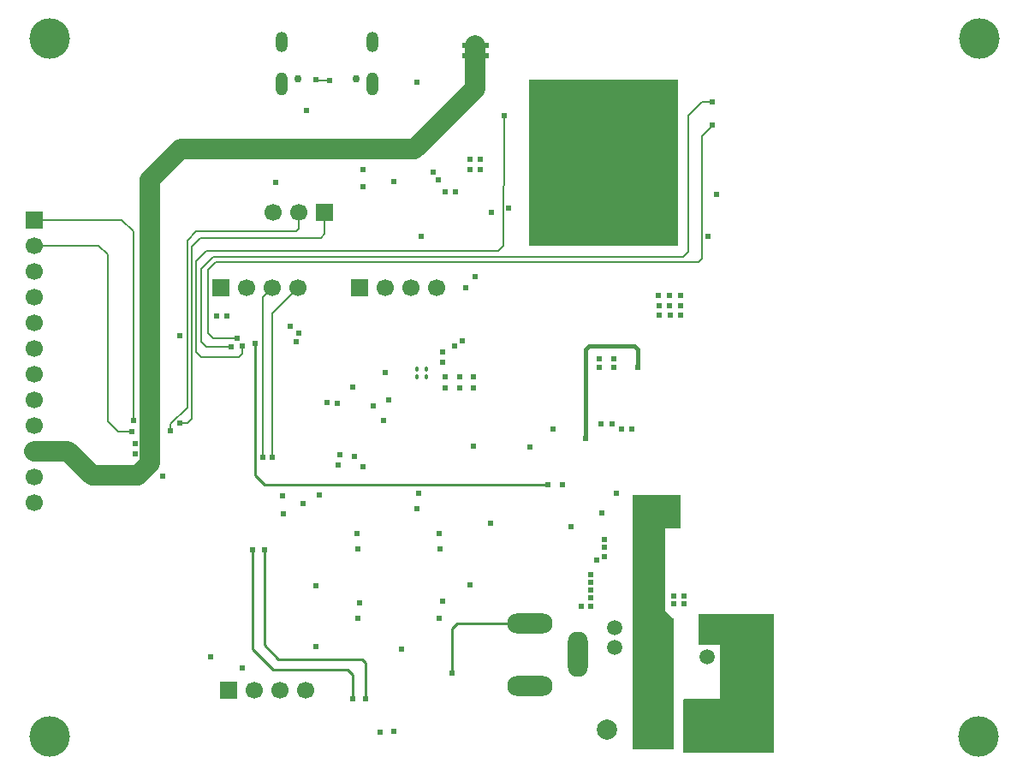
<source format=gbl>
G04*
G04 #@! TF.GenerationSoftware,Altium Limited,Altium Designer,22.0.2 (36)*
G04*
G04 Layer_Physical_Order=4*
G04 Layer_Color=1930808*
%FSLAX25Y25*%
%MOIN*%
G70*
G04*
G04 #@! TF.SameCoordinates,7F160BED-0690-4144-9330-6DFC8CD618BD*
G04*
G04*
G04 #@! TF.FilePolarity,Positive*
G04*
G01*
G75*
%ADD10C,0.01000*%
%ADD11C,0.00600*%
%ADD65C,0.02953*%
%ADD66O,0.04724X0.07874*%
%ADD67O,0.04724X0.09055*%
%ADD68C,0.06693*%
%ADD69R,0.06693X0.06693*%
%ADD70R,0.06693X0.06693*%
%ADD71C,0.05906*%
%ADD72R,0.05906X0.05906*%
%ADD73O,0.17717X0.07874*%
%ADD74O,0.07874X0.17717*%
%ADD75C,0.07874*%
%ADD76C,0.15748*%
%ADD78C,0.01500*%
%ADD82C,0.02400*%
%ADD83C,0.01800*%
%ADD84C,0.08000*%
%ADD87R,0.58000X0.64500*%
G36*
X695500Y105000D02*
X695000Y104500D01*
X660000D01*
Y125000D01*
X660500Y125500D01*
X674500D01*
Y146500D01*
X666000D01*
Y158500D01*
X695500D01*
Y105000D01*
D02*
G37*
G36*
X659000Y192500D02*
Y192000D01*
X653000D01*
Y160000D01*
X656000Y157000D01*
X656500D01*
Y106000D01*
X640500D01*
Y200500D01*
Y203500D01*
Y205000D01*
X659000D01*
Y192500D01*
D02*
G37*
D10*
X536500Y125500D02*
Y139500D01*
X535000Y141000D02*
X536500Y139500D01*
X493500Y212500D02*
Y264000D01*
Y212500D02*
X497000Y209000D01*
X607500D01*
X570000Y153000D02*
X571908Y154908D01*
X600500D01*
X570000Y135500D02*
Y153000D01*
X502500Y141000D02*
X535000D01*
X497000Y146500D02*
X502500Y141000D01*
X497000Y146500D02*
Y183500D01*
X531500Y125500D02*
Y135000D01*
X529500Y137000D02*
X531500Y135000D01*
X500500Y137000D02*
X529500D01*
X492500Y145000D02*
X500500Y137000D01*
X492500Y145000D02*
Y183500D01*
D11*
X446000Y234000D02*
Y307500D01*
X460500Y230000D02*
Y232470D01*
X467000Y238970D01*
X432500Y302000D02*
X436000Y298500D01*
X407500Y302000D02*
X432500D01*
X436000Y233500D02*
Y298500D01*
Y233500D02*
X440000Y229500D01*
X445500D01*
X441500Y312000D02*
X446000Y307500D01*
X407500Y312000D02*
X441500D01*
X666000Y295500D02*
X667500Y297000D01*
X478000Y295500D02*
X666000D01*
X667500Y297000D02*
Y344513D01*
X671500Y348513D01*
Y349000D01*
X472400Y264600D02*
Y292900D01*
Y264600D02*
X474500Y262500D01*
X472400Y292900D02*
X477000Y297500D01*
X590500Y325757D02*
Y352600D01*
X589859Y301859D02*
Y325115D01*
X590500Y325757D01*
X588000Y300000D02*
X589859Y301859D01*
X477000Y266000D02*
X486296D01*
X475000Y268000D02*
Y292500D01*
Y268000D02*
X477000Y266000D01*
X486296D02*
X486372Y266076D01*
X483773Y262500D02*
X483886Y262613D01*
X474500Y262500D02*
X483773D01*
X468726Y301727D02*
X472000Y305000D01*
X467000Y233000D02*
X468726Y234727D01*
Y301727D01*
X470500Y260500D02*
Y296000D01*
Y260500D02*
X472500Y258500D01*
X470500Y296000D02*
X474500Y300000D01*
X464000Y233000D02*
X467000D01*
Y238970D02*
Y304000D01*
X470500Y307500D01*
X477000Y297500D02*
X660000D01*
X475000Y292500D02*
X478000Y295500D01*
X474500Y300000D02*
X588000D01*
X488500Y260000D02*
Y263000D01*
X487000Y258500D02*
X488500Y260000D01*
X472500Y258500D02*
X487000D01*
X660000Y297500D02*
X662000Y299500D01*
Y352500D01*
X667500Y358000D01*
X671500D01*
X472000Y305000D02*
X519000D01*
X520500Y306500D01*
Y315000D01*
X470500Y307500D02*
X509500D01*
X510500Y308500D01*
Y315000D01*
X517069Y366431D02*
X522294D01*
X522363Y366363D01*
X517000Y366500D02*
X517069Y366431D01*
X500000Y275500D02*
X510000Y285500D01*
X500000Y219500D02*
Y275500D01*
X496500Y282000D02*
X500000Y285500D01*
X496500Y219500D02*
Y282000D01*
D65*
X532756Y367000D02*
D03*
X510000D02*
D03*
D66*
X539095Y381370D02*
D03*
X503662Y381370D02*
D03*
D67*
X503662Y365032D02*
D03*
X539095Y365032D02*
D03*
D68*
X513000Y129000D02*
D03*
X503000D02*
D03*
X493000D02*
D03*
X407500Y302000D02*
D03*
Y292000D02*
D03*
Y282000D02*
D03*
Y272000D02*
D03*
Y262000D02*
D03*
Y252000D02*
D03*
Y242000D02*
D03*
Y232000D02*
D03*
Y222000D02*
D03*
Y212000D02*
D03*
Y202000D02*
D03*
X500500Y315000D02*
D03*
X510500D02*
D03*
X544098Y285500D02*
D03*
X554098D02*
D03*
X564098D02*
D03*
X510000D02*
D03*
X500000D02*
D03*
X490000D02*
D03*
D69*
X483000Y129000D02*
D03*
X520500Y315000D02*
D03*
X534098Y285500D02*
D03*
X480000D02*
D03*
D70*
X407500Y312000D02*
D03*
D71*
X669500Y142000D02*
D03*
X633500Y153437D02*
D03*
Y145563D02*
D03*
D72*
X669500Y149874D02*
D03*
D73*
X600500Y154908D02*
D03*
X600500Y130500D02*
D03*
D74*
X619005Y143099D02*
D03*
D75*
X667504Y113500D02*
D03*
X630496D02*
D03*
X649000D02*
D03*
D76*
X775185Y382701D02*
D03*
X775111Y111012D02*
D03*
X413366Y111044D02*
D03*
X413368Y382673D02*
D03*
D78*
X641000Y263000D02*
X642500Y261500D01*
Y254500D02*
Y261500D01*
X623500Y263000D02*
X641000D01*
X622048Y261548D02*
X623500Y263000D01*
X622048Y226952D02*
Y261548D01*
D82*
X579000Y376000D02*
D03*
X518500Y205000D02*
D03*
X557000Y205500D02*
D03*
X565000Y190000D02*
D03*
X533000D02*
D03*
X566500Y163500D02*
D03*
X534000Y163000D02*
D03*
X547500Y113000D02*
D03*
X542000Y112500D02*
D03*
X476000Y142000D02*
D03*
X457272Y212228D02*
D03*
X512000Y201500D02*
D03*
X526500Y220500D02*
D03*
X525228Y240728D02*
D03*
X510500Y268000D02*
D03*
X464000Y267000D02*
D03*
X501500Y326500D02*
D03*
X535500Y325000D02*
D03*
X446700Y225000D02*
D03*
Y221000D02*
D03*
X446000Y234000D02*
D03*
X460500Y230000D02*
D03*
X445500Y229500D02*
D03*
X669600Y305500D02*
D03*
X673000Y322000D02*
D03*
X640000Y230500D02*
D03*
X579000Y290000D02*
D03*
X609500Y230500D02*
D03*
X488500Y137500D02*
D03*
X545500Y242000D02*
D03*
X544000Y252500D02*
D03*
X535500Y331500D02*
D03*
X556500Y365500D02*
D03*
X513500Y354500D02*
D03*
X558000Y305500D02*
D03*
X629945Y334416D02*
D03*
X634445D02*
D03*
X625445D02*
D03*
X630000Y331000D02*
D03*
X625500D02*
D03*
X634500D02*
D03*
Y338000D02*
D03*
X625500D02*
D03*
X630000D02*
D03*
X590500Y352600D02*
D03*
X577000Y335500D02*
D03*
X581000D02*
D03*
Y331500D02*
D03*
X577000D02*
D03*
X591959Y316459D02*
D03*
X585500Y315000D02*
D03*
X567500Y246500D02*
D03*
Y251000D02*
D03*
X573000Y246500D02*
D03*
Y251000D02*
D03*
X578500Y246500D02*
D03*
Y251000D02*
D03*
X613000Y209000D02*
D03*
X600500Y223500D02*
D03*
X578500Y224000D02*
D03*
X585000Y194000D02*
D03*
X556500Y199500D02*
D03*
X565500Y184000D02*
D03*
X577000Y170000D02*
D03*
X565000Y157000D02*
D03*
X550500Y145000D02*
D03*
X517000Y146000D02*
D03*
X533500Y157000D02*
D03*
X517000Y169500D02*
D03*
X533500Y184000D02*
D03*
X531500Y247000D02*
D03*
X521500Y241000D02*
D03*
X539500Y239500D02*
D03*
X543500Y234000D02*
D03*
X532000Y220000D02*
D03*
X535500Y216000D02*
D03*
X525772Y216728D02*
D03*
X504500Y197500D02*
D03*
X504000Y204500D02*
D03*
X509500Y264500D02*
D03*
X507000Y270500D02*
D03*
X482500Y274500D02*
D03*
X478500D02*
D03*
X583500Y376000D02*
D03*
X575000D02*
D03*
X583500Y380000D02*
D03*
X579000D02*
D03*
X575000D02*
D03*
X659156Y275047D02*
D03*
X654906D02*
D03*
X650656D02*
D03*
X659070Y278676D02*
D03*
X654820D02*
D03*
X650570D02*
D03*
X650500Y282500D02*
D03*
X654750D02*
D03*
X659000D02*
D03*
X486372Y266076D02*
D03*
X483886Y262613D02*
D03*
X488500Y263000D02*
D03*
X671500Y349000D02*
D03*
Y358000D02*
D03*
X493500Y264000D02*
D03*
X607500Y209000D02*
D03*
X464000Y233000D02*
D03*
X517000Y366500D02*
D03*
X522363Y366363D02*
D03*
X570000Y135500D02*
D03*
X567189Y323000D02*
D03*
X571189D02*
D03*
X562689Y330500D02*
D03*
X564689Y327500D02*
D03*
X571000Y263000D02*
D03*
X574000Y265000D02*
D03*
X566500Y256500D02*
D03*
Y260500D02*
D03*
X575488Y285488D02*
D03*
X547500Y327000D02*
D03*
X500000Y219500D02*
D03*
X496500D02*
D03*
X628500Y198000D02*
D03*
X634000Y205500D02*
D03*
X616259Y192740D02*
D03*
X627500Y258000D02*
D03*
Y254500D02*
D03*
X633000Y258000D02*
D03*
Y254500D02*
D03*
X642500D02*
D03*
X622048Y226952D02*
D03*
X628000Y232500D02*
D03*
X632500D02*
D03*
X636000Y230500D02*
D03*
X656000Y202500D02*
D03*
Y199000D02*
D03*
Y195500D02*
D03*
X652000D02*
D03*
Y199000D02*
D03*
Y202500D02*
D03*
X660500Y162500D02*
D03*
X656500D02*
D03*
X660500Y165500D02*
D03*
X656500D02*
D03*
X624000Y164799D02*
D03*
Y161699D02*
D03*
Y174100D02*
D03*
Y167900D02*
D03*
Y171000D02*
D03*
X620500Y161699D02*
D03*
X626500Y179500D02*
D03*
X629500Y181000D02*
D03*
Y184500D02*
D03*
Y187500D02*
D03*
X536500Y125500D02*
D03*
X531500D02*
D03*
X497000Y183500D02*
D03*
X492500D02*
D03*
D83*
X560000Y251000D02*
D03*
X556500D02*
D03*
X560000Y254000D02*
D03*
X556500D02*
D03*
D84*
X579000Y363000D02*
Y380000D01*
X407500Y222000D02*
X420500D01*
X430000Y212500D01*
X447814D01*
X452500Y217186D01*
Y327500D01*
X464500Y339500D01*
X555500D01*
X579000Y363000D01*
D87*
X629000Y334250D02*
D03*
M02*

</source>
